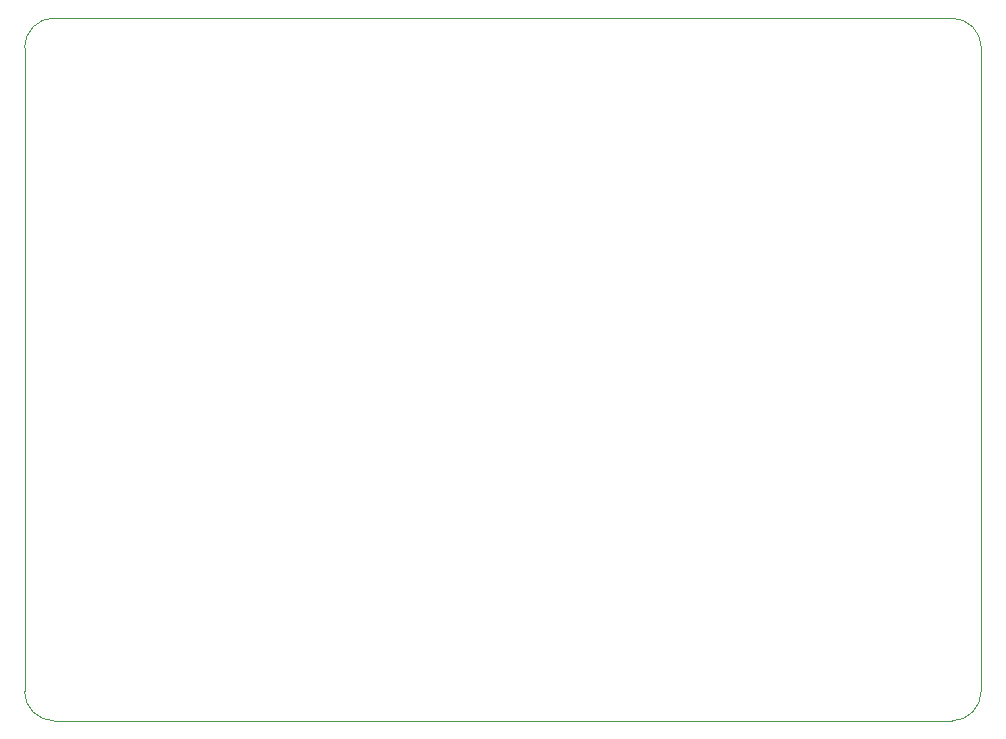
<source format=gbr>
%TF.GenerationSoftware,KiCad,Pcbnew,9.0.0*%
%TF.CreationDate,2025-03-24T12:32:59-05:00*%
%TF.ProjectId,DIIN-proyecto,4449494e-2d70-4726-9f79-6563746f2e6b,rev?*%
%TF.SameCoordinates,Original*%
%TF.FileFunction,Profile,NP*%
%FSLAX46Y46*%
G04 Gerber Fmt 4.6, Leading zero omitted, Abs format (unit mm)*
G04 Created by KiCad (PCBNEW 9.0.0) date 2025-03-24 12:32:59*
%MOMM*%
%LPD*%
G01*
G04 APERTURE LIST*
%TA.AperFunction,Profile*%
%ADD10C,0.100000*%
%TD*%
G04 APERTURE END LIST*
D10*
X102469250Y-132570750D02*
X178469250Y-132570750D01*
X102469250Y-132570750D02*
G75*
G02*
X99969250Y-130070750I0J2500000D01*
G01*
X99969250Y-75570750D02*
G75*
G02*
X102469250Y-73070750I2500000J0D01*
G01*
X178469250Y-73070750D02*
X102469250Y-73070750D01*
X180969250Y-130070750D02*
G75*
G02*
X178469250Y-132570750I-2500000J0D01*
G01*
X178469250Y-73070750D02*
G75*
G02*
X180969250Y-75570750I0J-2500000D01*
G01*
X99969250Y-75570750D02*
X99969250Y-130070750D01*
X180969250Y-130070750D02*
X180969250Y-75570750D01*
M02*

</source>
